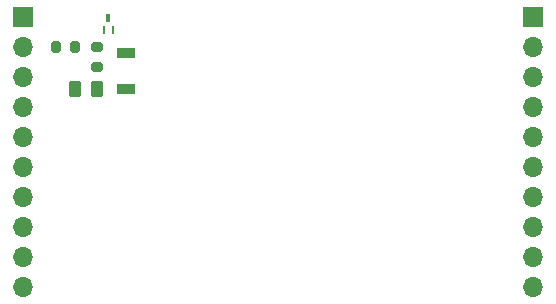
<source format=gbr>
%TF.GenerationSoftware,KiCad,Pcbnew,8.0.7*%
%TF.CreationDate,2025-01-28T21:13:21-05:00*%
%TF.ProjectId,Throttle Latching Module,5468726f-7474-46c6-9520-4c6174636869,rev?*%
%TF.SameCoordinates,Original*%
%TF.FileFunction,Soldermask,Top*%
%TF.FilePolarity,Negative*%
%FSLAX46Y46*%
G04 Gerber Fmt 4.6, Leading zero omitted, Abs format (unit mm)*
G04 Created by KiCad (PCBNEW 8.0.7) date 2025-01-28 21:13:21*
%MOMM*%
%LPD*%
G01*
G04 APERTURE LIST*
G04 Aperture macros list*
%AMRoundRect*
0 Rectangle with rounded corners*
0 $1 Rounding radius*
0 $2 $3 $4 $5 $6 $7 $8 $9 X,Y pos of 4 corners*
0 Add a 4 corners polygon primitive as box body*
4,1,4,$2,$3,$4,$5,$6,$7,$8,$9,$2,$3,0*
0 Add four circle primitives for the rounded corners*
1,1,$1+$1,$2,$3*
1,1,$1+$1,$4,$5*
1,1,$1+$1,$6,$7*
1,1,$1+$1,$8,$9*
0 Add four rect primitives between the rounded corners*
20,1,$1+$1,$2,$3,$4,$5,0*
20,1,$1+$1,$4,$5,$6,$7,0*
20,1,$1+$1,$6,$7,$8,$9,0*
20,1,$1+$1,$8,$9,$2,$3,0*%
G04 Aperture macros list end*
%ADD10RoundRect,0.200000X-0.200000X-0.275000X0.200000X-0.275000X0.200000X0.275000X-0.200000X0.275000X0*%
%ADD11R,1.700000X1.700000*%
%ADD12O,1.700000X1.700000*%
%ADD13RoundRect,0.250000X-0.262500X-0.450000X0.262500X-0.450000X0.262500X0.450000X-0.262500X0.450000X0*%
%ADD14R,1.600200X0.863600*%
%ADD15RoundRect,0.200000X0.275000X-0.200000X0.275000X0.200000X-0.275000X0.200000X-0.275000X-0.200000X0*%
%ADD16R,0.279400X0.660400*%
%ADD17R,0.381000X0.660400*%
G04 APERTURE END LIST*
D10*
%TO.C,R2*%
X25302500Y-25150000D03*
X26952500Y-25150000D03*
%TD*%
D11*
%TO.C,J1*%
X22550000Y-22550000D03*
D12*
X22550000Y-25090000D03*
X22550000Y-27630000D03*
X22550000Y-30170000D03*
X22550000Y-32710000D03*
X22550000Y-35250000D03*
X22550000Y-37790000D03*
X22550000Y-40330000D03*
X22550000Y-42870000D03*
X22550000Y-45410000D03*
%TD*%
D13*
%TO.C,R1*%
X26925000Y-28650000D03*
X28750000Y-28650000D03*
%TD*%
D14*
%TO.C,D1*%
X31250000Y-28698000D03*
X31250000Y-25650000D03*
%TD*%
D15*
%TO.C,R3*%
X28750000Y-26800000D03*
X28750000Y-25150000D03*
%TD*%
D16*
%TO.C,Q1*%
X29349950Y-23640600D03*
X30150050Y-23640600D03*
D17*
X29750000Y-22650000D03*
%TD*%
D11*
%TO.C,J1*%
X65730000Y-22550000D03*
D12*
X65730000Y-25090000D03*
X65730000Y-27630000D03*
X65730000Y-30170000D03*
X65730000Y-32710000D03*
X65730000Y-35250000D03*
X65730000Y-37790000D03*
X65730000Y-40330000D03*
X65730000Y-42870000D03*
X65730000Y-45410000D03*
%TD*%
M02*

</source>
